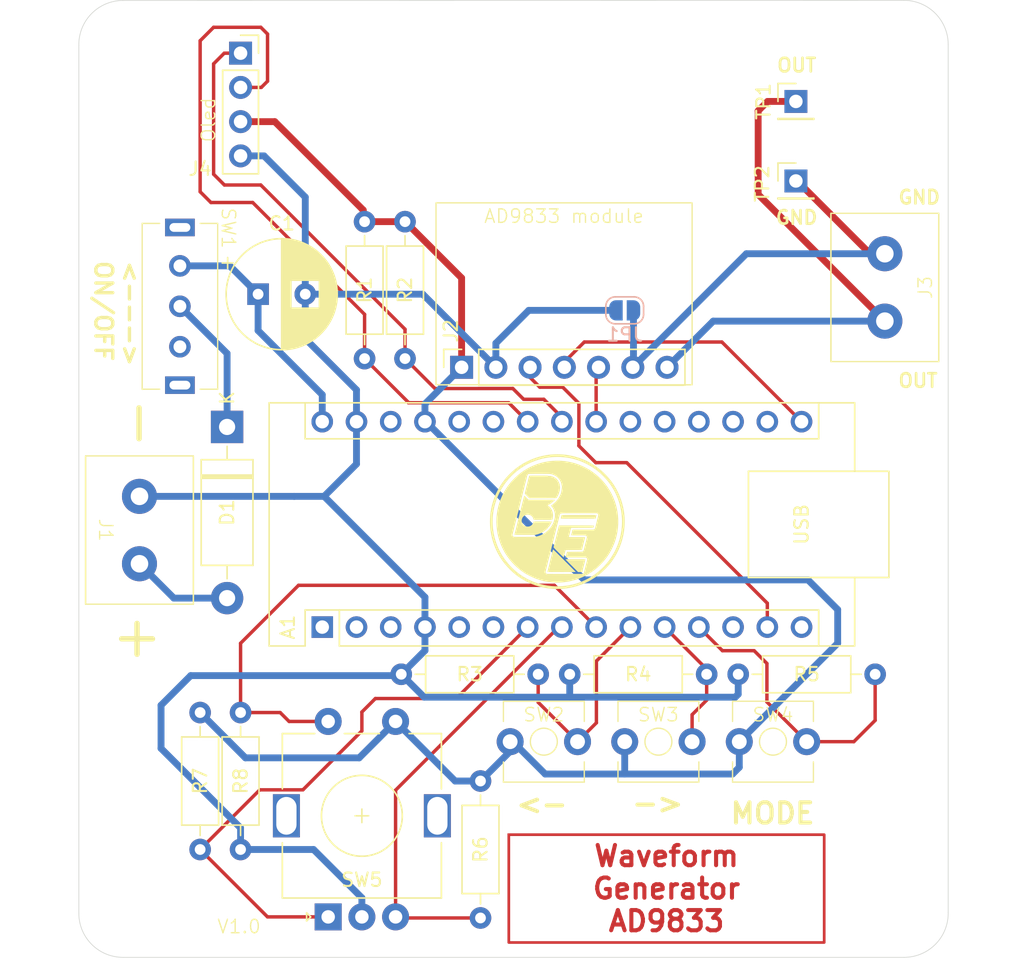
<source format=kicad_pcb>
(kicad_pcb (version 20240108) (generator "pcbnew") (generator_version "8.0")
  (layers (0 "F.Cu" signal) (31 "B.Cu" signal) (34 "B.Paste" user) (35 "F.Paste" user) (36 "B.SilkS" user "B.Silkscreen") (37 "F.SilkS" user "F.Silkscreen") (38 "B.Mask" user) (39 "F.Mask" user) (44 "Edge.Cuts" user))
  (net 0 "")
  (net 1 "FSYNC")
  (net 4 "D6")
  (net 7 "SCL")
  (net 8 "D5")
  (net 11 "VIN")
  (net 15 "D9")
  (net 16 "SDATA")
  (net 17 "D7")
  (net 18 "SDA")
  (net 20 "GND")
  (net 21 "D8")
  (net 23 "D4")
  (net 24 "SCLK")
  (net 25 "5V")
  (net 29 "Net-(D1-K)")
  (net 30 "Net-(D1-A)")
  (net 31 "OUT")
  (net 33 "Net-(J2-Pin_6)")
  (footprint "MountingHole:MountingHole_3.2mm_M3" (layer "F.Cu") (at 108.4 30.5)
    (property "Reference" "REF**" (hide yes))
    (property "Value" "MountingHole_3.2mm_M3")
    (pad "" np_thru_hole circle (at 0 0) (size 3.2 3.2) (drill 3.2) (layers "*.Cu" "*.Mask"))
  )
  (footprint "MountingHole:MountingHole_3.2mm_M3" (layer "F.Cu") (at 164 92.7)
    (property "Reference" "REF**" (hide yes))
    (property "Value" "MountingHole_3.2mm_M3")
    (pad "" np_thru_hole circle (at 0 0) (size 3.2 3.2) (drill 3.2) (layers "*.Cu" "*.Mask"))
  )
  (footprint "Connector_PinHeader_2.54mm:PinHeader_1x01_P2.54mm_Vertical" (layer "F.Cu") (at 157.2 33.5)
    (property "Reference" "TP1" (at -2.4 0 90) (layer "F.SilkS"))
    (property "Value" "TestPoint")
    (pad "1" thru_hole rect (at 0 0) (size 1.7 1.7) (drill 1) (layers "*.Cu" "*.Mask") (net 31 "OUT"))
  )
  (footprint "Capacitor_THT:CP_Radial_D8.0mm_P3.50mm" (layer "F.Cu") (at 117.3 47.8)
    (property "Reference" "C1" (at 1.75 -5.25 0) (layer "F.SilkS"))
    (property "Value" "100uF")
    (pad "1" thru_hole rect (at 0 0) (size 1.6 1.6) (drill 0.8) (layers "*.Cu" "*.Mask") (net 11 "VIN"))
    (pad "2" thru_hole circle (at 3.5 0) (size 1.6 1.6) (drill 0.8) (layers "*.Cu" "*.Mask") (net 20 "GND"))
  )
  (footprint "MyFootprints:Switxh SPDT - SS12F44G4" (layer "F.Cu") (at 111.5 48.7 -90)
    (property "Reference" "SW1" (at -5.8 -3.6 -90) (layer "F.SilkS") (effects (font (thickness 0.1))))
    (property "Value" "SW_SPDT")
    (pad "1" thru_hole circle (at -3 0 270) (size 1.6 1.6) (drill 0.95) (layers "*.Cu" "*.Mask") (net 11 "VIN"))
    (pad "2" thru_hole circle (at 0 0 270) (size 1.6 1.6) (drill 0.95) (layers "*.Cu" "*.Mask") (net 29 "Net-(D1-K)"))
    (pad "3" thru_hole circle (at 3 0 270) (size 1.6 1.6) (drill 0.95) (layers "*.Cu" "*.Mask"))
    (pad "MP" thru_hole rect (at -5.85 0) (size 2.2 1.3) (drill oval 1.55 0.65) (layers "*.Cu" "*.Mask"))
    (pad "MP" thru_hole rect (at 5.85 0) (size 2.2 1.3) (drill oval 1.55 0.65) (layers "*.Cu" "*.Mask"))
  )
  (footprint "MyFootprints:ScrewTerminal-2P" (layer "F.Cu") (at 108.5 65.3 -90)
    (property "Reference" "J1" (at 0.0005 2.5 -90) (layer "F.SilkS") (effects (font (thickness 0.1))))
    (property "Value" "VIN")
    (pad "1" thru_hole oval (at -2.4995 0 270) (size 2.6 2.6) (drill 1.3) (layers "*.Cu" "*.Mask") (net 20 "GND"))
    (pad "2" thru_hole circle (at 2.5005 0 270) (size 2.6 2.6) (drill 1.3) (layers "*.Cu" "*.Mask") (net 30 "Net-(D1-A)"))
  )
  (footprint "MountingHole:MountingHole_3.2mm_M3" (layer "F.Cu") (at 164 30.5)
    (property "Reference" "REF**" (hide yes))
    (property "Value" "MountingHole_3.2mm_M3")
    (pad "" np_thru_hole circle (at 0 0) (size 3.2 3.2) (drill 3.2) (layers "*.Cu" "*.Mask"))
  )
  (footprint "MountingHole:MountingHole_3.2mm_M3" (layer "F.Cu") (at 108.4 92.7)
    (property "Reference" "REF**" (hide yes))
    (property "Value" "MountingHole_3.2mm_M3")
    (pad "" np_thru_hole circle (at 0 0) (size 3.2 3.2) (drill 3.2) (layers "*.Cu" "*.Mask"))
  )
  (footprint "MyFootprints:Pushbutton - DIP-2" (layer "F.Cu") (at 138.5 81)
    (property "Reference" "SW2" (at 0 -2 0) (layer "F.SilkS") (effects (font (thickness 0.1))))
    (property "Value" "LEFT")
    (pad "1" thru_hole circle (at -2.5 0 90) (size 2 2) (drill 1.1) (layers "*.Cu" "*.Mask") (net 25 "5V"))
    (pad "2" thru_hole circle (at 2.5 0 90) (size 2 2) (drill 1.1) (layers "*.Cu" "*.Mask") (net 17 "D7"))
  )
  (footprint "Connector_PinSocket_2.54mm:PinSocket_1x04_P2.54mm_Vertical" (layer "F.Cu") (at 116 29.92)
    (property "Reference" "J4" (at -3 8.58 0) (layer "F.SilkS"))
    (property "Value" "OLED DISPLAY")
    (pad "1" thru_hole rect (at 0 0) (size 1.7 1.7) (drill 1) (layers "*.Cu" "*.Mask") (net 18 "SDA"))
    (pad "2" thru_hole oval (at 0 2.54) (size 1.7 1.7) (drill 1) (layers "*.Cu" "*.Mask") (net 7 "SCL"))
    (pad "3" thru_hole oval (at 0 5.08) (size 1.7 1.7) (drill 1) (layers "*.Cu" "*.Mask") (net 25 "5V"))
    (pad "4" thru_hole oval (at 0 7.62) (size 1.7 1.7) (drill 1) (layers "*.Cu" "*.Mask") (net 20 "GND"))
  )
  (footprint "Resistor_THT:R_Axial_DIN0207_L6.3mm_D2.5mm_P10.16mm_Horizontal" (layer "F.Cu") (at 140.42 76)
    (property "Reference" "R4" (at 5.08 0 0) (layer "F.SilkS"))
    (property "Value" "10k")
    (pad "1" thru_hole circle (at 0 0) (size 1.6 1.6) (drill 0.8) (layers "*.Cu" "*.Mask") (net 20 "GND"))
    (pad "2" thru_hole oval (at 10.16 0) (size 1.6 1.6) (drill 0.8) (layers "*.Cu" "*.Mask") (net 21 "D8"))
  )
  (footprint "Resistor_THT:R_Axial_DIN0207_L6.3mm_D2.5mm_P10.16mm_Horizontal" (layer "F.Cu") (at 128.2 52.58 90)
    (property "Reference" "R2" (at 5.08 0 90) (layer "F.SilkS"))
    (property "Value" "10k")
    (pad "1" thru_hole circle (at 0 0 90) (size 1.6 1.6) (drill 0.8) (layers "*.Cu" "*.Mask") (net 18 "SDA"))
    (pad "2" thru_hole oval (at 10.16 0 90) (size 1.6 1.6) (drill 0.8) (layers "*.Cu" "*.Mask") (net 25 "5V"))
  )
  (footprint "MyFootprints:Pushbutton - DIP-2" (layer "F.Cu") (at 147 81)
    (property "Reference" "SW3" (at 0 -2 0) (layer "F.SilkS") (effects (font (thickness 0.1))))
    (property "Value" "RIGHT")
    (pad "1" thru_hole circle (at -2.5 0 90) (size 2 2) (drill 1.1) (layers "*.Cu" "*.Mask") (net 25 "5V"))
    (pad "2" thru_hole circle (at 2.5 0 90) (size 2 2) (drill 1.1) (layers "*.Cu" "*.Mask") (net 21 "D8"))
  )
  (footprint "Resistor_THT:R_Axial_DIN0207_L6.3mm_D2.5mm_P10.16mm_Horizontal" (layer "F.Cu") (at 113 89 90)
    (property "Reference" "R7" (at 5.08 0 90) (layer "F.SilkS"))
    (property "Value" "10k")
    (pad "1" thru_hole circle (at 0 0 90) (size 1.6 1.6) (drill 0.8) (layers "*.Cu" "*.Mask") (net 23 "D4"))
    (pad "2" thru_hole oval (at 10.16 0 90) (size 1.6 1.6) (drill 0.8) (layers "*.Cu" "*.Mask") (net 25 "5V"))
  )
  (footprint "Resistor_THT:R_Axial_DIN0207_L6.3mm_D2.5mm_P10.16mm_Horizontal" (layer "F.Cu") (at 125.2 52.58 90)
    (property "Reference" "R1" (at 5.08 0 90) (layer "F.SilkS"))
    (property "Value" "10k")
    (pad "1" thru_hole circle (at 0 0 90) (size 1.6 1.6) (drill 0.8) (layers "*.Cu" "*.Mask") (net 7 "SCL"))
    (pad "2" thru_hole oval (at 10.16 0 90) (size 1.6 1.6) (drill 0.8) (layers "*.Cu" "*.Mask") (net 25 "5V"))
  )
  (footprint "Rotary_Encoder:RotaryEncoder_Alps_EC11E-Switch_Vertical_H20mm" (layer "F.Cu") (at 122.5 94 90)
    (property "Reference" "SW5" (at 2.75 2.5 0) (layer "F.SilkS"))
    (property "Value" "Frequency")
    (pad "A" thru_hole rect (at 0 0 90) (size 2 2) (drill 1) (layers "*.Cu" "*.Mask") (net 23 "D4"))
    (pad "B" thru_hole circle (at 0 5 90) (size 2 2) (drill 1) (layers "*.Cu" "*.Mask") (net 8 "D5"))
    (pad "C" thru_hole circle (at 0 2.5 90) (size 2 2) (drill 1) (layers "*.Cu" "*.Mask") (net 20 "GND"))
    (pad "MP" thru_hole rect (at 7.5 -3.1 90) (size 3.2 2) (drill oval 2.8 1.5) (layers "*.Cu" "*.Mask"))
    (pad "MP" thru_hole rect (at 7.5 8.1 90) (size 3.2 2) (drill oval 2.8 1.5) (layers "*.Cu" "*.Mask"))
    (pad "S1" thru_hole circle (at 14.5 5 90) (size 2 2) (drill 1) (layers "*.Cu" "*.Mask") (net 25 "5V"))
    (pad "S2" thru_hole circle (at 14.5 0 90) (size 2 2) (drill 1) (layers "*.Cu" "*.Mask") (net 4 "D6"))
  )
  (footprint "Connector_PinSocket_2.54mm:PinSocket_1x07_P2.54mm_Vertical" (layer "F.Cu") (at 132.4 53.225 90)
    (property "Reference" "J2" (at 2.7 -0.8 90) (layer "F.SilkS"))
    (property "Value" "AD9833")
    (pad "1" thru_hole rect (at 0 0 90) (size 1.7 1.7) (drill 1) (layers "*.Cu" "*.Mask") (net 25 "5V"))
    (pad "2" thru_hole oval (at 0 2.54 90) (size 1.7 1.7) (drill 1) (layers "*.Cu" "*.Mask") (net 20 "GND"))
    (pad "3" thru_hole oval (at 0 5.08 90) (size 1.7 1.7) (drill 1) (layers "*.Cu" "*.Mask") (net 16 "SDATA"))
    (pad "4" thru_hole oval (at 0 7.62 90) (size 1.7 1.7) (drill 1) (layers "*.Cu" "*.Mask") (net 24 "SCLK"))
    (pad "5" thru_hole oval (at 0 10.16 90) (size 1.7 1.7) (drill 1) (layers "*.Cu" "*.Mask") (net 1 "FSYNC"))
    (pad "6" thru_hole oval (at 0 12.7 90) (size 1.7 1.7) (drill 1) (layers "*.Cu" "*.Mask") (net 33 "Net-(J2-Pin_6)"))
    (pad "7" thru_hole oval (at 0 15.24 90) (size 1.7 1.7) (drill 1) (layers "*.Cu" "*.Mask") (net 31 "OUT"))
  )
  (footprint "Resistor_THT:R_Axial_DIN0207_L6.3mm_D2.5mm_P10.16mm_Horizontal" (layer "F.Cu") (at 152.92 76)
    (property "Reference" "R5" (at 5.08 0 0) (layer "F.SilkS"))
    (property "Value" "10k")
    (pad "1" thru_hole circle (at 0 0) (size 1.6 1.6) (drill 0.8) (layers "*.Cu" "*.Mask") (net 20 "GND"))
    (pad "2" thru_hole oval (at 10.16 0) (size 1.6 1.6) (drill 0.8) (layers "*.Cu" "*.Mask") (net 15 "D9"))
  )
  (footprint "Resistor_THT:R_Axial_DIN0207_L6.3mm_D2.5mm_P10.16mm_Horizontal" (layer "F.Cu") (at 116 89 90)
    (property "Reference" "R8" (at 5.08 0 90) (layer "F.SilkS"))
    (property "Value" "10k")
    (pad "1" thru_hole circle (at 0 0 90) (size 1.6 1.6) (drill 0.8) (layers "*.Cu" "*.Mask") (net 20 "GND"))
    (pad "2" thru_hole oval (at 10.16 0 90) (size 1.6 1.6) (drill 0.8) (layers "*.Cu" "*.Mask") (net 4 "D6"))
  )
  (footprint "MyFootprints:BE_Logo_10" (layer "F.Cu") (at 139.400108 71.874987)
    (property "Reference" "REF**" (hide yes))
    (property "Value" "BE_Logo_10")
  )
  (footprint "Module:Arduino_Nano" (layer "F.Cu") (at 122.06 72.5 90)
    (property "Reference" "A1" (at 0 -2.56 90) (layer "F.SilkS"))
    (property "Value" "Arduino_Nano_v3.x")
    (fp_text user "USB" (at 7.62 35.56 90) (layer "F.SilkS"))
    (pad "1" thru_hole rect (at 0 0 90) (size 1.6 1.6) (drill 1) (layers "*.Cu" "*.Mask"))
    (pad "2" thru_hole oval (at 0 2.54 90) (size 1.6 1.6) (drill 1) (layers "*.Cu" "*.Mask"))
    (pad "3" thru_hole oval (at 0 5.08 90) (size 1.6 1.6) (drill 1) (layers "*.Cu" "*.Mask"))
    (pad "4" thru_hole oval (at 0 7.62 90) (size 1.6 1.6) (drill 1) (layers "*.Cu" "*.Mask") (net 20 "GND"))
    (pad "5" thru_hole oval (at 0 10.16 90) (size 1.6 1.6) (drill 1) (layers "*.Cu" "*.Mask"))
    (pad "6" thru_hole oval (at 0 12.7 90) (size 1.6 1.6) (drill 1) (layers "*.Cu" "*.Mask"))
    (pad "7" thru_hole oval (at 0 15.24 90) (size 1.6 1.6) (drill 1) (layers "*.Cu" "*.Mask") (net 23 "D4"))
    (pad "8" thru_hole oval (at 0 17.78 90) (size 1.6 1.6) (drill 1) (layers "*.Cu" "*.Mask") (net 8 "D5"))
    (pad "9" thru_hole oval (at 0 20.32 90) (size 1.6 1.6) (drill 1) (layers "*.Cu" "*.Mask") (net 4 "D6"))
    (pad "10" thru_hole oval (at 0 22.86 90) (size 1.6 1.6) (drill 1) (layers "*.Cu" "*.Mask") (net 17 "D7"))
    (pad "11" thru_hole oval (at 0 25.4 90) (size 1.6 1.6) (drill 1) (layers "*.Cu" "*.Mask") (net 21 "D8"))
    (pad "12" thru_hole oval (at 0 27.94 90) (size 1.6 1.6) (drill 1) (layers "*.Cu" "*.Mask") (net 15 "D9"))
    (pad "13" thru_hole oval (at 0 30.48 90) (size 1.6 1.6) (drill 1) (layers "*.Cu" "*.Mask"))
    (pad "14" thru_hole oval (at 0 33.02 90) (size 1.6 1.6) (drill 1) (layers "*.Cu" "*.Mask") (net 16 "SDATA"))
    (pad "15" thru_hole oval (at 0 35.56 90) (size 1.6 1.6) (drill 1) (layers "*.Cu" "*.Mask"))
    (pad "16" thru_hole oval (at 15.24 35.56 90) (size 1.6 1.6) (drill 1) (layers "*.Cu" "*.Mask") (net 24 "SCLK"))
    (pad "17" thru_hole oval (at 15.24 33.02 90) (size 1.6 1.6) (drill 1) (layers "*.Cu" "*.Mask"))
    (pad "18" thru_hole oval (at 15.24 30.48 90) (size 1.6 1.6) (drill 1) (layers "*.Cu" "*.Mask"))
    (pad "19" thru_hole oval (at 15.24 27.94 90) (size 1.6 1.6) (drill 1) (layers "*.Cu" "*.Mask"))
    (pad "20" thru_hole oval (at 15.24 25.4 90) (size 1.6 1.6) (drill 1) (layers "*.Cu" "*.Mask"))
    (pad "21" thru_hole oval (at 15.24 22.86 90) (size 1.6 1.6) (drill 1) (layers "*.Cu" "*.Mask"))
    (pad "22" thru_hole oval (at 15.24 20.32 90) (size 1.6 1.6) (drill 1) (layers "*.Cu" "*.Mask") (net 1 "FSYNC"))
    (pad "23" thru_hole oval (at 15.24 17.78 90) (size 1.6 1.6) (drill 1) (layers "*.Cu" "*.Mask") (net 18 "SDA"))
    (pad "24" thru_hole oval (at 15.24 15.24 90) (size 1.6 1.6) (drill 1) (layers "*.Cu" "*.Mask") (net 7 "SCL"))
    (pad "25" thru_hole oval (at 15.24 12.7 90) (size 1.6 1.6) (drill 1) (layers "*.Cu" "*.Mask"))
    (pad "26" thru_hole oval (at 15.24 10.16 90) (size 1.6 1.6) (drill 1) (layers "*.Cu" "*.Mask"))
    (pad "27" thru_hole oval (at 15.24 7.62 90) (size 1.6 1.6) (drill 1) (layers "*.Cu" "*.Mask") (net 25 "5V"))
    (pad "28" thru_hole oval (at 15.24 5.08 90) (size 1.6 1.6) (drill 1) (layers "*.Cu" "*.Mask"))
    (pad "29" thru_hole oval (at 15.24 2.54 90) (size 1.6 1.6) (drill 1) (layers "*.Cu" "*.Mask") (net 20 "GND"))
    (pad "30" thru_hole oval (at 15.24 0 90) (size 1.6 1.6) (drill 1) (layers "*.Cu" "*.Mask") (net 11 "VIN"))
  )
  (footprint "Diode_THT:D_DO-15_P12.70mm_Horizontal" (layer "F.Cu") (at 115 57.65 -90)
    (property "Reference" "D1" (at 6.35 0 90) (layer "F.SilkS"))
    (property "Value" "RL207")
    (fp_text user "K" (at -2.15 0 90) (layer "F.SilkS"))
    (pad "1" thru_hole rect (at 0 0 270) (size 2.4 2.4) (drill 1.2) (layers "*.Cu" "*.Mask") (net 29 "Net-(D1-K)"))
    (pad "2" thru_hole oval (at 12.7 0 270) (size 2.4 2.4) (drill 1.2) (layers "*.Cu" "*.Mask") (net 30 "Net-(D1-A)"))
  )
  (footprint "Connector_PinHeader_2.54mm:PinHeader_1x01_P2.54mm_Vertical" (layer "F.Cu") (at 157.2 39.4)
    (property "Reference" "TP2" (at -2.5 0.2 90) (layer "F.SilkS"))
    (property "Value" "TestPoint")
    (pad "1" thru_hole rect (at 0 0) (size 1.7 1.7) (drill 1) (layers "*.Cu" "*.Mask") (net 33 "Net-(J2-Pin_6)"))
  )
  (footprint "Resistor_THT:R_Axial_DIN0207_L6.3mm_D2.5mm_P10.16mm_Horizontal" (layer "F.Cu") (at 133.8 94.08 90)
    (property "Reference" "R6" (at 5.08 0 90) (layer "F.SilkS"))
    (property "Value" "10k")
    (pad "1" thru_hole circle (at 0 0 90) (size 1.6 1.6) (drill 0.8) (layers "*.Cu" "*.Mask") (net 8 "D5"))
    (pad "2" thru_hole oval (at 10.16 0 90) (size 1.6 1.6) (drill 0.8) (layers "*.Cu" "*.Mask") (net 25 "5V"))
  )
  (footprint "MyFootprints:ScrewTerminal-2P" (layer "F.Cu") (at 163.8 47.3005 90)
    (property "Reference" "J3" (at 0 3 90) (layer "F.SilkS") (effects (font (thickness 0.1))))
    (property "Value" "AD9833OUT")
    (pad "1" thru_hole oval (at -2.4995 0 90) (size 2.6 2.6) (drill 1.3) (layers "*.Cu" "*.Mask") (net 31 "OUT"))
    (pad "2" thru_hole circle (at 2.5005 0 90) (size 2.6 2.6) (drill 1.3) (layers "*.Cu" "*.Mask") (net 33 "Net-(J2-Pin_6)"))
  )
  (footprint "Resistor_THT:R_Axial_DIN0207_L6.3mm_D2.5mm_P10.16mm_Horizontal" (layer "F.Cu") (at 127.92 76)
    (property "Reference" "R3" (at 5.08 0 0) (layer "F.SilkS"))
    (property "Value" "10k")
    (pad "1" thru_hole circle (at 0 0) (size 1.6 1.6) (drill 0.8) (layers "*.Cu" "*.Mask") (net 20 "GND"))
    (pad "2" thru_hole oval (at 10.16 0) (size 1.6 1.6) (drill 0.8) (layers "*.Cu" "*.Mask") (net 17 "D7"))
  )
  (footprint "MyFootprints:Pushbutton - DIP-2" (layer "F.Cu") (at 155.5 81)
    (property "Reference" "SW4" (at 0 -2 0) (layer "F.SilkS") (effects (font (thickness 0.1))))
    (property "Value" "MODE")
    (pad "1" thru_hole circle (at -2.5 0 90) (size 2 2) (drill 1.1) (layers "*.Cu" "*.Mask") (net 25 "5V"))
    (pad "2" thru_hole circle (at 2.5 0 90) (size 2 2) (drill 1.1) (layers "*.Cu" "*.Mask") (net 15 "D9"))
  )
  (footprint "Jumper:SolderJumper-2_P1.3mm_Open_RoundedPad1.0x1.5mm" (layer "B.Cu") (at 144.5 49)
    (property "Reference" "JP1" (at 0 1.8 0) (layer "B.SilkS") (effects (justify mirror)))
    (property "Value" "Jumper_2_Small_Open")
    (pad "1" smd custom (at -0.65 0) (size 1 0.5) (layers "B.Cu" "B.Mask") (net 20 "GND") (options (clearance outline) (anchor rect)) (primitives (gr_circle (center 0 -0.25) (end 0.5 -0.25) (width 0) (fill yes)) (gr_circle (center 0 0.25) (end 0.5 0.25) (width 0) (fill yes)) (gr_poly (pts (xy 0.5 -0.75) (xy 0 -0.75) (xy 0 0.75) (xy 0.5 0.75)) (width 0) (fill yes))))
    (pad "2" smd custom (at 0.65 0) (size 1 0.5) (layers "B.Cu" "B.Mask") (net 33 "Net-(J2-Pin_6)") (options (clearance outline) (anchor rect)) (primitives (gr_circle (center 0 -0.25) (end 0.5 -0.25) (width 0) (fill yes)) (gr_circle (center 0 0.25) (end 0.5 0.25) (width 0) (fill yes)) (gr_poly (pts (xy 0 -0.75) (xy -0.5 -0.75) (xy -0.5 0.75) (xy 0 0.75)) (width 0) (fill yes))))
  )
  (gr_rect (start 135.9 87.9) (end 159.3 95.9) (stroke (width 0.2)) (fill none) (layer "F.Cu"))
  (gr_rect (start 130.5 41.025) (end 149.5 54.525) (stroke (width 0.1)) (fill none) (layer "F.SilkS"))
  (gr_line (start 168.50006 93.679679) (end 168.499999 29.28) (stroke (width 0.05)) (layer "Edge.Cuts"))
  (gr_line (start 104 93.75) (end 103.999942 29.340001) (stroke (width 0.05)) (layer "Edge.Cuts"))
  (gr_line (start 107.319843 96.999681) (end 165.25 97) (stroke (width 0.05)) (layer "Edge.Cuts"))
  (gr_arc (start 103.999942 29.340001) (mid 104.935762 26.995261) (end 107.26 26.009622) (stroke (width 0.05)) (layer "Edge.Cuts"))
  (gr_arc (start 165.216548 25.999999) (mid 167.537079 26.96048) (end 168.499999 29.28) (stroke (width 0.05)) (layer "Edge.Cuts"))
  (gr_arc (start 168.50006 93.679679) (mid 167.567165 96.017329) (end 165.25 97) (stroke (width 0.05)) (layer "Edge.Cuts"))
  (gr_line (start 165.216548 25.999999) (end 107.26 26.009622) (stroke (width 0.05)) (layer "Edge.Cuts"))
  (gr_arc (start 107.319843 96.999681) (mid 104.982543 96.066844) (end 104 93.75) (stroke (width 0.05)) (layer "Edge.Cuts"))
  (gr_text "Waveform\nGenerator\nAD9833" (at 147.6 91.9 0) (layer "F.Cu") (effects (font (size 1.5 1.5) (thickness 0.3) (bold yes))))
  (gr_text "<-" (at 149 84.9 180) (layer "F.SilkS") (effects (font (size 1.5 1.5) (thickness 0.3) (bold yes)) (justify left bottom)))
  (gr_text "<--->\nON/OFF" (at 105.1 45.2 270) (layer "F.SilkS") (effects (font (size 1.25 1.25) (thickness 0.25) (bold yes)) (justify left bottom)))
  (gr_text "GND" (at 155.6 42.7 0) (layer "F.SilkS") (effects (font (size 1 1) (thickness 0.2) (bold yes)) (justify left bottom)))
  (gr_text "V1.0" (at 114.2 95.3 0) (layer "F.SilkS") (effects (font (size 1 1) (thickness 0.1)) (justify left bottom)))
  (gr_text "<-" (at 136.3 86.5 0) (layer "F.SilkS") (effects (font (size 1.5 1.5) (thickness 0.3) (bold yes)) (justify left bottom)))
  (gr_text "Oled" (at 114.2 36.6 90) (layer "F.SilkS") (effects (font (size 1 1) (thickness 0.1)) (justify left bottom)))
  (gr_text "AD9833 module" (at 134 42.6 0) (layer "F.SilkS") (effects (font (size 1 1) (thickness 0.1)) (justify left bottom)))
  (gr_text "MODE" (at 152.2 87.2 0) (layer "F.SilkS") (effects (font (size 1.5 1.5) (thickness 0.3) (bold yes)) (justify left bottom)))
  (gr_text "+" (at 106.2 74.9 0) (layer "F.SilkS") (effects (font (size 3 3) (thickness 0.4) (bold yes)) (justify left bottom)))
  (gr_text "GND" (at 164.7 41.2 0) (layer "F.SilkS") (effects (font (size 1 1) (thickness 0.2) (bold yes)) (justify left bottom)))
  (gr_text "-" (at 110 59.5 90) (layer "F.SilkS") (effects (font (size 3 3) (thickness 0.4) (bold yes)) (justify left bottom)))
  (gr_text "OUT" (at 155.7 31.4 0) (layer "F.SilkS") (effects (font (size 1 1) (thickness 0.2) (bold yes)) (justify left bottom)))
  (gr_text "OUT" (at 164.7 54.8 0) (layer "F.SilkS") (effects (font (size 1 1) (thickness 0.2) (bold yes)) (justify left bottom)))
  (segment (start 142.38 57.26) (end 142.38 53.405) (width 0.254) (layer "F.Cu") (net 1))
  (segment (start 120.3 69.4) (end 116 73.7) (width 0.254) (layer "F.Cu") (net 4))
  (segment (start 142.38 72.5) (end 139.28 69.4) (width 0.254) (layer "F.Cu") (net 4))
  (segment (start 122.5 79.5) (end 119.6 79.5) (width 0.254) (layer "F.Cu") (net 4))
  (segment (start 118.94 78.84) (end 116 78.84) (width 0.254) (layer "F.Cu") (net 4))
  (segment (start 116 73.7) (end 116 78.84) (width 0.254) (layer "F.Cu") (net 4))
  (segment (start 139.28 69.4) (end 120.3 69.4) (width 0.254) (layer "F.Cu") (net 4))
  (segment (start 119.6 79.5) (end 118.94 78.84) (width 0.254) (layer "F.Cu") (net 4))
  (segment (start 117.5 28) (end 118 28.5) (width 0.254) (layer "F.Cu") (net 7))
  (segment (start 128.454 55.854) (end 128.454 55.834) (width 0.254) (layer "F.Cu") (net 7))
  (segment (start 135.894 55.854) (end 128.454 55.854) (width 0.254) (layer "F.Cu") (net 7))
  (segment (start 114 28) (end 117.5 28) (width 0.254) (layer "F.Cu") (net 7))
  (segment (start 117.54 32.46) (end 116 32.46) (width 0.254) (layer "F.Cu") (net 7))
  (segment (start 128.454 55.834) (end 125.2 52.58) (width 0.254) (layer "F.Cu") (net 7))
  (segment (start 125.2 52.58) (end 125.2 49.3) (width 0.254) (layer "F.Cu") (net 7))
  (segment (start 118 32) (end 117.54 32.46) (width 0.254) (layer "F.Cu") (net 7))
  (segment (start 137.3 57.26) (end 135.894 55.854) (width 0.254) (layer "F.Cu") (net 7))
  (segment (start 118 28.5) (end 118 32) (width 0.254) (layer "F.Cu") (net 7))
  (segment (start 113 29) (end 114 28) (width 0.254) (layer "F.Cu") (net 7))
  (segment (start 116.9 41) (end 113.8 41) (width 0.254) (layer "F.Cu") (net 7))
  (segment (start 113.8 41) (end 113 40.2) (width 0.254) (layer "F.Cu") (net 7))
  (segment (start 113 40.2) (end 113 29) (width 0.254) (layer "F.Cu") (net 7))
  (segment (start 125.2 49.3) (end 116.9 41) (width 0.254) (layer "F.Cu") (net 7))
  (segment (start 139.6 72.5) (end 127.5 84.6) (width 0.254) (layer "F.Cu") (net 8))
  (segment (start 127.5 84.6) (end 127.5 94) (width 0.254) (layer "F.Cu") (net 8))
  (segment (start 133.8 94.08) (end 127.58 94.08) (width 0.254) (layer "F.Cu") (net 8))
  (segment (start 117.3 50.5) (end 117.3 47.8) (width 0.508) (layer "B.Cu") (net 11))
  (segment (start 115.2 45.7) (end 111.5 45.7) (width 0.508) (layer "B.Cu") (net 11))
  (segment (start 117.3 47.8) (end 115.2 45.7) (width 0.508) (layer "B.Cu") (net 11))
  (segment (start 122.06 55.26) (end 117.3 50.5) (width 0.508) (layer "B.Cu") (net 11))
  (segment (start 122.06 57.26) (end 122.06 55.26) (width 0.508) (layer "B.Cu") (net 11))
  (segment (start 155.05 75.2) (end 154.1 74.25) (width 0.254) (layer "F.Cu") (net 15))
  (segment (start 155.05 78.05) (end 155.05 75.2) (width 0.254) (layer "F.Cu") (net 15))
  (segment (start 154.1 74.25) (end 151.75 74.25) (width 0.254) (layer "F.Cu") (net 15))
  (segment (start 151.75 74.25) (end 150 72.5) (width 0.254) (layer "F.Cu") (net 15))
  (segment (start 158 81) (end 155.05 78.05) (width 0.254) (layer "F.Cu") (net 15))
  (segment (start 158 81) (end 161.5 81) (width 0.254) (layer "F.Cu") (net 15))
  (segment (start 163.08 76) (end 163.08 79.42) (width 0.254) (layer "F.Cu") (net 15))
  (segment (start 163.08 79.42) (end 161.5 81) (width 0.254) (layer "F.Cu") (net 15))
  (segment (start 139.9 54.7) (end 138.2 54.7) (width 0.254) (layer "F.Cu") (net 16))
  (segment (start 141.1 59.05) (end 141.1 55.9) (width 0.254) (layer "F.Cu") (net 16))
  (segment (start 155.08 72.5) (end 155.08 70.73) (width 0.254) (layer "F.Cu") (net 16))
  (segment (start 144.65 60.3) (end 142.35 60.3) (width 0.254) (layer "F.Cu") (net 16))
  (segment (start 137.48 53.225) (end 137.975 53.225) (width 0.254) (layer "F.Cu") (net 16))
  (segment (start 155.08 70.73) (end 144.65 60.3) (width 0.254) (layer "F.Cu") (net 16))
  (segment (start 138.2 54.7) (end 137.48 53.98) (width 0.254) (layer "F.Cu") (net 16))
  (segment (start 142.35 60.3) (end 141.1 59.05) (width 0.254) (layer "F.Cu") (net 16))
  (segment (start 137.48 53.98) (end 137.48 53.225) (width 0.254) (layer "F.Cu") (net 16))
  (segment (start 141.1 55.9) (end 139.9 54.7) (width 0.254) (layer "F.Cu") (net 16))
  (segment (start 138.08 78.08) (end 141 81) (width 0.254) (layer "F.Cu") (net 17))
  (segment (start 144.92 72.5) (end 142.4 75.02) (width 0.254) (layer "F.Cu") (net 17))
  (segment (start 142.4 79.6) (end 141 81) (width 0.254) (layer "F.Cu") (net 17))
  (segment (start 138.08 76) (end 138.08 78.08) (width 0.254) (layer "F.Cu") (net 17))
  (segment (start 142.4 75.02) (end 142.4 79.6) (width 0.254) (layer "F.Cu") (net 17))
  (segment (start 114 30.71) (end 114 38.9) (width 0.254) (layer "F.Cu") (net 18))
  (segment (start 114.79 29.92) (end 114 30.71) (width 0.254) (layer "F.Cu") (net 18))
  (segment (start 130.42 54.8) (end 128.2 52.58) (width 0.254) (layer "F.Cu") (net 18))
  (segment (start 114.8 39.7) (end 117.5 39.7) (width 0.254) (layer "F.Cu") (net 18))
  (segment (start 138.5 55.6) (end 137 55.6) (width 0.254) (layer "F.Cu") (net 18))
  (segment (start 114 38.9) (end 114.8 39.7) (width 0.254) (layer "F.Cu") (net 18))
  (segment (start 116 29.92) (end 114.79 29.92) (width 0.254) (layer "F.Cu") (net 18))
  (segment (start 117.5 39.7) (end 128.2 50.4) (width 0.254) (layer "F.Cu") (net 18))
  (segment (start 128.2 50.4) (end 128.2 52.58) (width 0.254) (layer "F.Cu") (net 18))
  (segment (start 137 55.6) (end 136.2 54.8) (width 0.254) (layer "F.Cu") (net 18))
  (segment (start 136.2 54.8) (end 130.42 54.8) (width 0.254) (layer "F.Cu") (net 18))
  (segment (start 139.84 56.94) (end 138.5 55.6) (width 0.254) (layer "F.Cu") (net 18))
  (segment (start 152.92 76) (end 152.92 77.48) (width 0.508) (layer "B.Cu") (net 20))
  (segment (start 120.8 51.1) (end 120.8 47.8) (width 0.508) (layer "B.Cu") (net 20))
  (segment (start 134.94 53.225) (end 134.94 51.44) (width 0.508) (layer "B.Cu") (net 20))
  (segment (start 119.9805 62.8005) (end 108.5 62.8005) (width 0.508) (layer "B.Cu") (net 20))
  (segment (start 125 92.585787) (end 121.414213 89) (width 0.508) (layer "B.Cu") (net 20))
  (segment (start 127.92 76) (end 129.62 77.7) (width 0.508) (layer "B.Cu") (net 20))
  (segment (start 124.6 57.26) (end 124.6 54.9) (width 0.508) (layer "B.Cu") (net 20))
  (segment (start 129.68 74.24) (end 127.92 76) (width 0.508) (layer "B.Cu") (net 20))
  (segment (start 122.1995 62.8005) (end 119.9805 62.8005) (width 0.508) (layer "B.Cu") (net 20))
  (segment (start 125 94) (end 125 92.585787) (width 0.508) (layer "B.Cu") (net 20))
  (segment (start 129.68 72.5) (end 129.68 74.24) (width 0.508) (layer "B.Cu") (net 20))
  (segment (start 110.1 78.3) (end 112.3 76.1) (width 0.508) (layer "B.Cu") (net 20))
  (segment (start 127.82 76.1) (end 127.92 76) (width 0.508) (layer "B.Cu") (net 20))
  (segment (start 117.74 37.54) (end 120.8 40.6) (width 0.508) (layer "B.Cu") (net 20))
  (segment (start 152.7 77.7) (end 140.42 77.7) (width 0.508) (layer "B.Cu") (net 20))
  (segment (start 129.62 77.7) (end 140.42 77.7) (width 0.508) (layer "B.Cu") (net 20))
  (segment (start 124.6 57.26) (end 124.6 60.4) (width 0.508) (layer "B.Cu") (net 20))
  (segment (start 120.8 40.6) (end 120.8 47.8) (width 0.508) (layer "B.Cu") (net 20))
  (segment (start 112.3 76.1) (end 127.82 76.1) (width 0.508) (layer "B.Cu") (net 20))
  (segment (start 124.6 54.9) (end 120.8 51.1) (width 0.508) (layer "B.Cu") (net 20))
  (segment (start 110.1 81.5) (end 110.1 78.3) (width 0.508) (layer "B.Cu") (net 20))
  (segment (start 134.94 53.225) (end 129.515 47.8) (width 0.508) (layer "B.Cu") (net 20))
  (segment (start 116 89) (end 116 87.4) (width 0.508) (layer "B.Cu") (net 20))
  (segment (start 116 87.4) (end 110.1 81.5) (width 0.508) (layer "B.Cu") (net 20))
  (segment (start 129.68 72.5) (end 129.68 70.281) (width 0.508) (layer "B.Cu") (net 20))
  (segment (start 140.42 77.7) (end 140.42 76) (width 0.508) (layer "B.Cu") (net 20))
  (segment (start 134.94 51.44) (end 137.38 49) (width 0.508) (layer "B.Cu") (net 20))
  (segment (start 120.8 47.8) (end 129.515 47.8) (width 0.508) (layer "B.Cu") (net 20))
  (segment (start 137.38 49) (end 143.85 49) (width 0.508) (layer "B.Cu") (net 20))
  (segment (start 152.92 77.48) (end 152.7 77.7) (width 0.508) (layer "B.Cu") (net 20))
  (segment (start 124.6 60.4) (end 122.1995 62.8005) (width 0.508) (layer "B.Cu") (net 20))
  (segment (start 116 37.54) (end 117.74 37.54) (width 0.508) (layer "B.Cu") (net 20))
  (segment (start 121.414213 89) (end 116 89) (width 0.508) (layer "B.Cu") (net 20))
  (segment (start 129.68 70.281) (end 122.1995 62.8005) (width 0.508) (layer "B.Cu") (net 20))
  (segment (start 149.5 79) (end 149.5 81) (width 0.254) (layer "F.Cu") (net 21))
  (segment (start 150.58 77.92) (end 149.5 79) (width 0.254) (layer "F.Cu") (net 21))
  (segment (start 147.46 72.5) (end 150.58 75.62) (width 0.254) (layer "F.Cu") (net 21))
  (segment (start 150.58 76) (end 150.58 77.92) (width 0.254) (layer "F.Cu") (net 21))
  (segment (start 117.427 84.573) (end 113 89) (width 0.254) (layer "F.Cu") (net 23))
  (segment (start 122.5 94) (end 118 94) (width 0.254) (layer "F.Cu") (net 23))
  (segment (start 120.627 84.573) (end 117.427 84.573) (width 0.254) (layer "F.Cu") (net 23))
  (segment (start 118 94) (end 113 89) (width 0.254) (layer "F.Cu") (net 23))
  (segment (start 137.3 72.5) (end 132 77.8) (width 0.254) (layer "F.Cu") (net 23))
  (segment (start 125 78.8) (end 125 80.2) (width 0.254) (layer "F.Cu") (net 23))
  (segment (start 126 77.8) (end 125 78.8) (width 0.254) (layer "F.Cu") (net 23))
  (segment (start 125 80.2) (end 120.627 84.573) (width 0.254) (layer "F.Cu") (net 23))
  (segment (start 132 77.8) (end 126 77.8) (width 0.254) (layer "F.Cu") (net 23))
  (segment (start 141.5 51.35) (end 151.71 51.35) (width 0.254) (layer "F.Cu") (net 24))
  (segment (start 140.02 52.83) (end 141.5 51.35) (width 0.254) (layer "F.Cu") (net 24))
  (segment (start 151.71 51.35) (end 157.62 57.26) (width 0.254) (layer "F.Cu") (net 24))
  (segment (start 118.54 35) (end 116 35) (width 0.508) (layer "F.Cu") (net 25))
  (segment (start 125.1 41.56) (end 118.54 35) (width 0.508) (layer "F.Cu") (net 25))
  (segment (start 125.1 42.42) (end 125.1 41.56) (width 0.508) (layer "F.Cu") (net 25))
  (segment (start 132.4 53.225) (end 132.4 46.6) (width 0.508) (layer "F.Cu") (net 25))
  (segment (start 132.4 46.6) (end 128.22 42.42) (width 0.508) (layer "F.Cu") (net 25))
  (segment (start 128.22 42.42) (end 125.1 42.42) (width 0.508) (layer "F.Cu") (net 25))
  (segment (start 144.5 81) (end 144.5 83.4) (width 0.508) (layer "B.Cu") (net 25))
  (segment (start 129.76 57.26) (end 141.5 69) (width 0.508) (layer "B.Cu") (net 25))
  (segment (start 116.36 82.2) (end 113 78.84) (width 0.508) (layer "B.Cu") (net 25))
  (segment (start 127.5 79.5) (end 131.92 83.92) (width 0.508) (layer "B.Cu") (net 25))
  (segment (start 138.6 83.4) (end 144.4 83.4) (width 0.508) (layer "B.Cu") (net 25))
  (segment (start 129.68 57.26) (end 129.76 57.26) (width 0.508) (layer "B.Cu") (net 25))
  (segment (start 124.8 82.2) (end 116.36 82.2) (width 0.508) (layer "B.Cu") (net 25))
  (segment (start 144.5 83.4) (end 152.5 83.4) (width 0.508) (layer "B.Cu") (net 25))
  (segment (start 136 81.72) (end 133.8 83.92) (width 0.508) (layer "B.Cu") (net 25))
  (segment (start 136.2 81) (end 138.6 83.4) (width 0.508) (layer "B.Cu") (net 25))
  (segment (start 160.3 73.7) (end 153 81) (width 0.508) (layer "B.Cu") (net 25))
  (segment (start 131.92 83.92) (end 133.8 83.92) (width 0.508) (layer "B.Cu") (net 25))
  (segment (start 141.5 69) (end 158.1 69) (width 0.508) (layer "B.Cu") (net 25))
  (segment (start 158.1 69) (end 160.3 71.2) (width 0.508) (layer "B.Cu") (net 25))
  (segment (start 129.68 55.945) (end 129.68 57.26) (width 0.508) (layer "B.Cu") (net 25))
  (segment (start 152.5 83.4) (end 153 82.9) (width 0.508) (layer "B.Cu") (net 25))
  (segment (start 160.3 71.2) (end 160.3 73.7) (width 0.508) (layer "B.Cu") (net 25))
  (segment (start 153 82.9) (end 153 81) (width 0.508) (layer "B.Cu") (net 25))
  (segment (start 127.5 79.5) (end 124.8 82.2) (width 0.508) (layer "B.Cu") (net 25))
  (segment (start 132.4 53.225) (end 129.68 55.945) (width 0.508) (layer "B.Cu") (net 25))
  (segment (start 115 52.2) (end 111.5 48.7) (width 0.508) (layer "B.Cu") (net 29))
  (segment (start 115 57.65) (end 115 52.2) (width 0.508) (layer "B.Cu") (net 29))
  (segment (start 108.5 67.8005) (end 111.0495 70.35) (width 0.508) (layer "B.Cu") (net 30))
  (segment (start 111.0495 70.35) (end 115 70.35) (width 0.508) (layer "B.Cu") (net 30))
  (segment (start 154.4 40.4) (end 154.4 34.2) (width 0.508) (layer "F.Cu") (net 31))
  (segment (start 154.4 34.2) (end 155.1 33.5) (width 0.508) (layer "F.Cu") (net 31))
  (segment (start 155.1 33.5) (end 157 33.5) (width 0.508) (layer "F.Cu") (net 31))
  (segment (start 163.8 49.8) (end 154.4 40.4) (width 0.508) (layer "F.Cu") (net 31))
  (segment (start 151.065 49.8) (end 147.64 53.225) (width 0.508) (layer "B.Cu") (net 31))
  (segment (start 163.8 49.8) (end 151.065 49.8) (width 0.508) (layer "B.Cu") (net 31))
  (segment (start 157.3 39.4) (end 157.2 39.4) (width 0.508) (layer "F.Cu") (net 33))
  (segment (start 162.7 44.8) (end 157.3 39.4) (width 0.508) (layer "F.Cu") (net 33))
  (segment (start 145.15 49) (end 145.15 53.175) (width 0.508) (layer "B.Cu") (net 33))
  (segment (start 145.15 53.175) (end 145.1 53.225) (width 0.508) (layer "B.Cu") (net 33))
  (segment (start 163.8 44.8) (end 153.525 44.8) (width 0.508) (layer "B.Cu") (net 33))
  (segment (start 153.525 44.8) (end 145.1 53.225) (width 0.508) (layer "B.Cu") (net 33))
)
</source>
